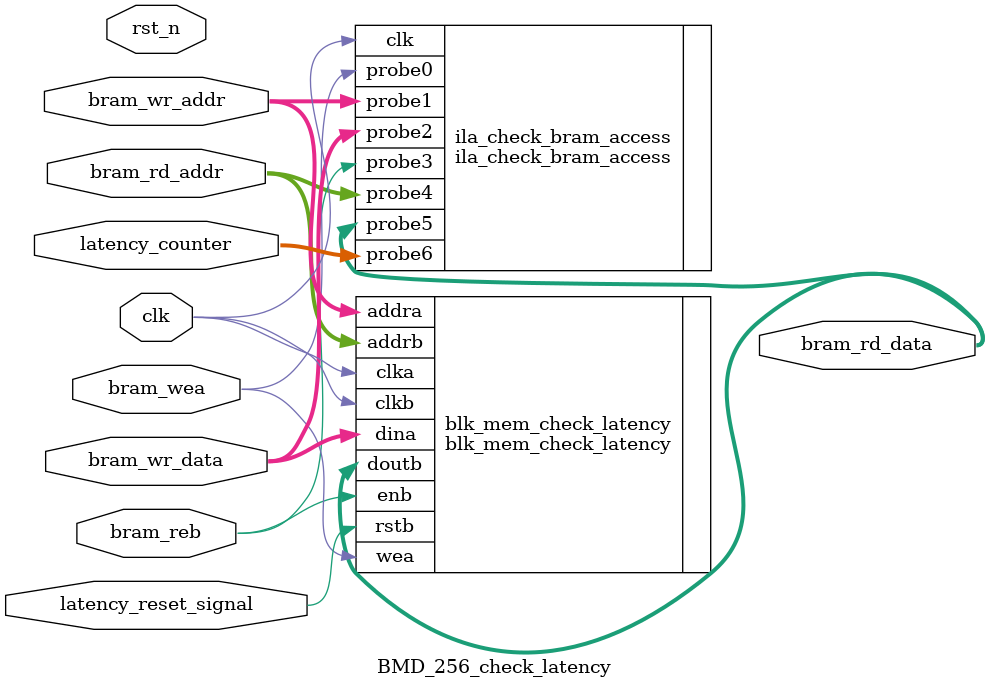
<source format=v>


module BMD_256_check_latency
       (
		input clk, //250MHz
		input rst_n,
		input latency_reset_signal, //comes from RX_ENGINE, user reset.
		input [63:0] latency_counter, //64bit

		//write domain, comes from TX_ENGINE
		input bram_wea, //write enable
		input [9:0] bram_wr_addr, //write address
		input [63:0] bram_wr_data, //64bit

		//read domain, comes from RX_ENGINE
		input bram_reb, //read enable
		input [9:0] bram_rd_addr,
		//read domain send to RX_ENGINE
		output [63:0] bram_rd_data
       );



      /***************************/
      //depth1024, write first, Simple Dual-port Block RAM.
      //A:Always Enable, B:Use ENB Pin and RSTB Pin
      //Total Port B Read Latency : 2 Clock Cycle
      /***************************/
      //これの目的はデータのレイテンシをはかること。データにはカウントスタートの値を入れる。
      //AがWriteポート，BがReadポート．Read側は値リセット可能
      //データの整合性はデータを片っ端からincrしていったのを比較すればいいだけのことである。

      blk_mem_check_latency blk_mem_check_latency
	(
	 .clka( clk ),
	 .wea( bram_wea ), //write enable port A.
	 .addra( bram_wr_addr[9:0] ), //10bit //write address
	 .dina( bram_wr_data[63:0] ), //64bit

	 .clkb( clk ),
	 .rstb( latency_reset_signal ), //reset around latency by VIO
	 .enb( bram_reb ), /*sender FPGAのRX_ENGINEにデータが来たとき*/
	 .addrb( bram_rd_addr[9:0] ), //10bit //read address /* まだrdしていない番地。*/
	 .doutb( bram_rd_data[63:0] ) //64bit
	 );


      ila_check_bram_access ila_check_bram_access
		(
			.clk( clk ),
			.probe0( bram_wea ), //1bit
      		.probe1( bram_wr_addr[9:0] ), //10bit
      		.probe2( bram_wr_data[63:0] ), //64bit
      		.probe3( bram_reb ), //1bit
      		.probe4( bram_rd_addr[9:0] ), //10bit
      		.probe5( bram_rd_data[63:0] ), //64bit
      		.probe6( latency_counter[63:0] ) //64bit
		);

endmodule

</source>
